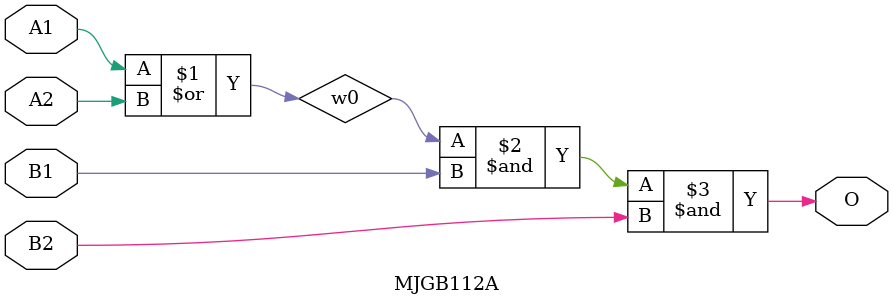
<source format=v>
module MJGB112A(A1, A2, B1, B2, O);
input   A1;
input   A2;
input   B1;
input   B2;
output  O;
or g0(w0, A1, A2);
and g1(O, w0, B1, B2);
endmodule
</source>
